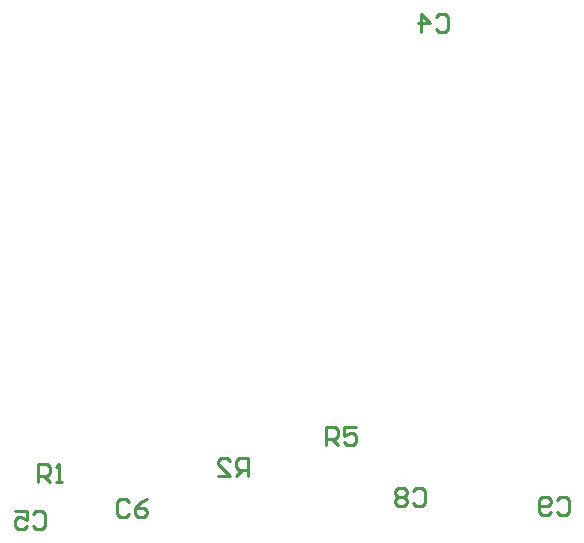
<source format=gbo>
%FSTAX24Y24*%
%MOIN*%
%SFA1B1*%

%IPPOS*%
%ADD30C,0.010000*%
%LNmotor_driver-1*%
%LPD*%
G54D30*
X01652Y0253D02*
X01662Y0254D01*
X01682*
X01692Y0253*
Y0249*
X01682Y0248*
X01662*
X01652Y0249*
X01602Y0248D02*
Y0254D01*
X01632Y0251*
X01592*
X0031Y00875D02*
X0032Y00885D01*
X0034*
X0035Y00875*
Y00835*
X0034Y00825*
X0032*
X0031Y00835*
X0025Y00885D02*
X0029D01*
Y00855*
X0027Y00865*
X0026*
X0025Y00855*
Y00835*
X0026Y00825*
X0028*
X0029Y00835*
X00324Y0098D02*
Y0104D01*
X00354*
X00364Y0103*
Y0101*
X00354Y01*
X00324*
X00344D02*
X00364Y0098D01*
X00384D02*
X00404D01*
X00394*
Y0104*
X00384Y0103*
X010267Y01D02*
Y0106D01*
X009967*
X009867Y0105*
Y0103*
X009967Y0102*
X010267*
X010067D02*
X009867Y01D01*
X009267D02*
X009667D01*
X009267Y0104*
Y0105*
X009367Y0106*
X009567*
X009667Y0105*
X01285Y01102D02*
Y01162D01*
X01315*
X01325Y01152*
Y01132*
X01315Y01122*
X01285*
X01305D02*
X01325Y01102D01*
X01385Y01162D02*
X01345D01*
Y01132*
X01365Y01142*
X01375*
X01385Y01132*
Y01112*
X01375Y01102*
X01355*
X01345Y01112*
X00627Y00913D02*
X00617Y00923D01*
X00597*
X00587Y00913*
Y00873*
X00597Y00863*
X00617*
X00627Y00873*
X00687Y00923D02*
X00667Y00913D01*
X00647Y00893*
Y00873*
X00657Y00863*
X00677*
X00687Y00873*
Y00883*
X00677Y00893*
X00647*
X01575Y0095D02*
X01585Y0096D01*
X01605*
X01615Y0095*
Y0091*
X01605Y009*
X01585*
X01575Y0091*
X01555Y0095D02*
X01545Y0096D01*
X01525*
X01515Y0095*
Y0094*
X01525Y0093*
X01515Y0092*
Y0091*
X01525Y009*
X01545*
X01555Y0091*
Y0092*
X01545Y0093*
X01555Y0094*
Y0095*
X01545Y0093D02*
X01525D01*
X02055Y0092D02*
X02065Y0093D01*
X02085*
X02095Y0092*
Y0088*
X02085Y0087*
X02065*
X02055Y0088*
X02035D02*
X02025Y0087D01*
X02005*
X01995Y0088*
Y0092*
X02005Y0093*
X02025*
X02035Y0092*
Y0091*
X02025Y009*
X01995*
M02*
</source>
